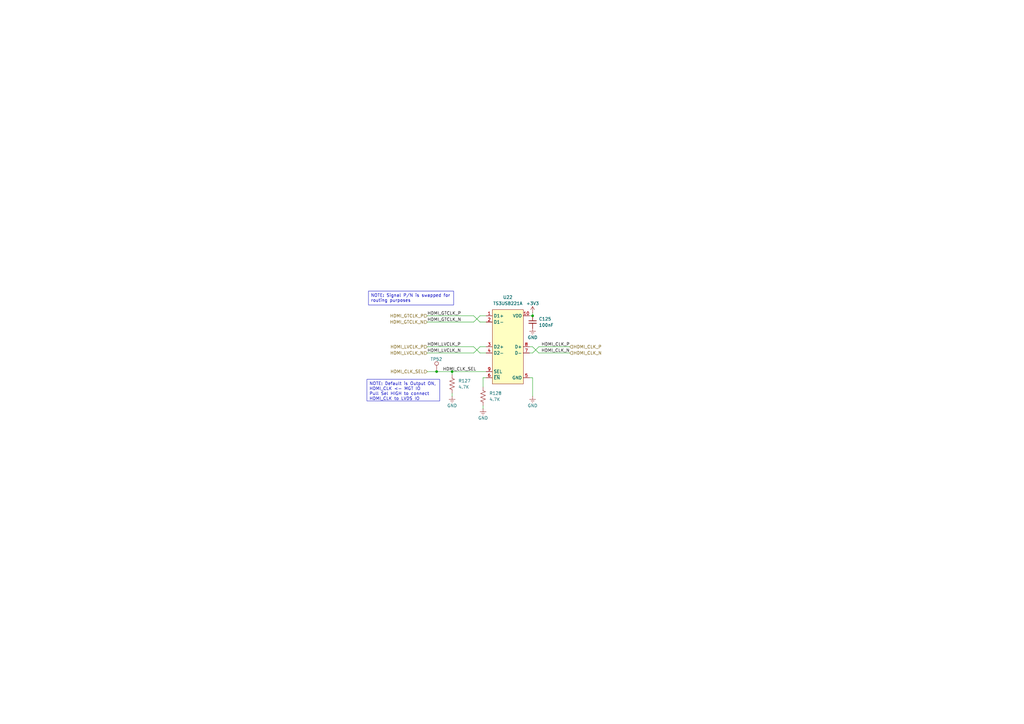
<source format=kicad_sch>
(kicad_sch (version 20231120) (generator "eeschema") (generator_version "8.0")
  (paper "A3")
  (title_block (title "HDMI Clock Mux") (date "2024-07-31") (rev "1.0") (company "Drexel University") (comment 1 "Designed by John Hofmeyr"))
  (lib_symbols
    (symbol "Connector:TestPoint" (pin_numbers hide) (pin_names (offset 0.762) hide)
      (property "Reference" "TP" (at 0 6.858 0))
      (property "Value" "TestPoint" (at 0 5.08 0))
      (symbol "TestPoint_0_1"
        (circle (center 0 3.302) (radius 0.762))
      )
      (symbol "TestPoint_1_1"
        (pin passive line (at 0 0 90) (length 2.54) (name "1") (number "1"))
      )
    )
    (symbol "Device:C_Small" (pin_numbers hide) (pin_names (offset 0.254) hide)
      (property "Reference" "C" (at 0.254 1.778 0))
      (property "Value" "C_Small" (at 0.254 -2.032 0))
      (symbol "C_Small_0_1"
        (polyline (pts (xy -1.524 -0.508) (xy 1.524 -0.508)) (stroke (width 0.3302)))
        (polyline (pts (xy -1.524 0.508) (xy 1.524 0.508)) (stroke (width 0.3048)))
      )
      (symbol "C_Small_1_1"
        (pin passive line (at 0 2.54 270) (length 2.032) (name "~") (number "1"))
        (pin passive line (at 0 -2.54 90) (length 2.032) (name "~") (number "2"))
      )
    )
    (symbol "Device:R_US" (pin_numbers hide) (pin_names (offset 0))
      (property "Reference" "R" (at 2.54 0 90))
      (property "Value" "R_US" (at -2.54 0 90))
      (symbol "R_US_0_1"
        (polyline (pts (xy 0 -2.286) (xy 0 -2.54)))
        (polyline (pts (xy 0 2.286) (xy 0 2.54)))
        (polyline (pts (xy 0 -0.762) (xy 1.016 -1.143) (xy 0 -1.524) (xy -1.016 -1.905) (xy 0 -2.286)))
        (polyline (pts (xy 0 0.762) (xy 1.016 0.381) (xy 0 0) (xy -1.016 -0.381) (xy 0 -0.762)))
        (polyline (pts (xy 0 2.286) (xy 1.016 1.905) (xy 0 1.524) (xy -1.016 1.143) (xy 0 0.762)))
      )
      (symbol "R_US_1_1"
        (pin passive line (at 0 3.81 270) (length 1.27) (name "~") (number "1"))
        (pin passive line (at 0 -3.81 90) (length 1.27) (name "~") (number "2"))
      )
    )
    (symbol "FPGA Module:TS3USB221A"
      (property "Reference" "U" (at 6.35 6.35 0))
      (property "Value" "TS3USB221A" (at 6.35 3.81 0))
      (symbol "TS3USB221A_1_1"
        (rectangle (start 0 2.54) (end 12.7 -27.94) (fill (type background)))
        (pin passive line (at 15.24 0 180) (length 2.54) (name "D1+") (number "1"))
        (pin passive line (at -2.54 0 0) (length 2.54) (name "VDD") (number "10"))
        (pin passive line (at 15.24 -2.54 180) (length 2.54) (name "D1-") (number "2"))
        (pin passive line (at 15.24 -12.7 180) (length 2.54) (name "D2+") (number "3"))
        (pin passive line (at 15.24 -15.24 180) (length 2.54) (name "D2-") (number "4"))
        (pin passive line (at -2.54 -25.4 0) (length 2.54) (name "GND") (number "5"))
        (pin passive line (at 15.24 -25.4 180) (length 2.54) (name "~{EN}") (number "6"))
        (pin passive line (at -2.54 -15.24 0) (length 2.54) (name "D-") (number "7"))
        (pin passive line (at -2.54 -12.7 0) (length 2.54) (name "D+") (number "8"))
        (pin passive line (at 15.24 -22.86 180) (length 2.54) (name "SEL") (number "9"))
      )
    )
    (symbol "power:+3V3" (power) (pin_numbers hide) (pin_names (offset 0) hide)
      (property "Value" "+3V3" (at 0 3.556 0))
      (symbol "+3V3_0_1"
        (polyline (pts (xy -0.762 1.27) (xy 0 2.54)))
        (polyline (pts (xy 0 0) (xy 0 2.54)))
        (polyline (pts (xy 0 2.54) (xy 0.762 1.27)))
      )
      (symbol "+3V3_1_1"
        (pin power_in line (at 0 0 90) (length 0) (name "~") (number "1"))
      )
    )
    (symbol "power:GND" (power) (pin_numbers hide) (pin_names (offset 0) hide)
      (property "Value" "GND" (at 0 -3.81 0))
      (symbol "GND_0_1"
        (polyline (pts (xy -0.635 -1.905) (xy 0.635 -1.905)))
        (polyline (pts (xy -0.127 -2.54) (xy 0.127 -2.54)))
        (polyline (pts (xy 0 -1.27) (xy 0 0)))
        (polyline (pts (xy 1.27 -1.27) (xy -1.27 -1.27)))
      )
      (symbol "GND_1_1"
        (pin power_in line (at 0 0 270) (length 0) (name "~") (number "1"))
      )
    )
  )
  (junction (at 218.44 129.54))
  (junction (at 185.42 152.4))
  (junction (at 179.07 152.4))
  (wire (pts (xy 218.44 154.94) (xy 218.44 162.56)))
  (wire (pts (xy 217.17 142.24) (xy 218.44 142.24)))
  (wire (pts (xy 194.31 132.08) (xy 196.85 129.54)))
  (wire (pts (xy 185.42 153.67) (xy 185.42 152.4)))
  (wire (pts (xy 198.12 166.37) (xy 198.12 167.64)))
  (wire (pts (xy 218.44 128.27) (xy 218.44 129.54)))
  (wire (pts (xy 196.85 142.24) (xy 199.39 142.24)))
  (wire (pts (xy 199.39 154.94) (xy 198.12 154.94)))
  (wire (pts (xy 194.31 144.78) (xy 196.85 142.24)))
  (wire (pts (xy 179.07 152.4) (xy 185.42 152.4)))
  (wire (pts (xy 196.85 144.78) (xy 199.39 144.78)))
  (wire (pts (xy 220.98 142.24) (xy 218.44 144.78)))
  (wire (pts (xy 196.85 132.08) (xy 199.39 132.08)))
  (wire (pts (xy 175.26 129.54) (xy 194.31 129.54)))
  (wire (pts (xy 185.42 152.4) (xy 199.39 152.4)))
  (wire (pts (xy 194.31 142.24) (xy 196.85 144.78)))
  (wire (pts (xy 175.26 144.78) (xy 194.31 144.78)))
  (wire (pts (xy 233.68 142.24) (xy 220.98 142.24)))
  (wire (pts (xy 175.26 142.24) (xy 194.31 142.24)))
  (wire (pts (xy 175.26 152.4) (xy 179.07 152.4)))
  (wire (pts (xy 198.12 154.94) (xy 198.12 158.75)))
  (wire (pts (xy 217.17 154.94) (xy 218.44 154.94)))
  (wire (pts (xy 220.98 144.78) (xy 218.44 142.24)))
  (wire (pts (xy 194.31 129.54) (xy 196.85 132.08)))
  (wire (pts (xy 185.42 161.29) (xy 185.42 162.56)))
  (wire (pts (xy 233.68 144.78) (xy 220.98 144.78)))
  (wire (pts (xy 217.17 144.78) (xy 218.44 144.78)))
  (wire (pts (xy 196.85 129.54) (xy 199.39 129.54)))
  (wire (pts (xy 217.17 129.54) (xy 218.44 129.54)))
  (wire (pts (xy 175.26 132.08) (xy 194.31 132.08)))
  (text_box "NOTE: Default is Output ON, HDMI_CLK <- MGT IO\nPull Sel HIGH to connect HDMI_CLK to LVDS IO" (at 150.495 155.575 0) (size 29.845 8.89) (effects (font (size 1.27 1.27)) (justify left top)))
  (text_box "NOTE: Signal P/N is swapped for routing purposes" (at 151.13 119.38 0) (size 34.925 5.715) (effects (font (size 1.27 1.27)) (justify left top)))
  (label "HDMI_GTCLK_P" (at 175.26 129.54 0))
  (label "HDMI_CLK_SEL" (at 181.61 152.4 0))
  (label "HDMI_GTCLK_N" (at 175.26 132.08 0))
  (label "HDMI_LVCLK_P" (at 175.26 142.24 0))
  (label "HDMI_LVCLK_N" (at 175.26 144.78 0))
  (label "HDMI_CLK_P" (at 233.68 142.24 180))
  (label "HDMI_CLK_N" (at 233.68 144.78 180))
  (hierarchical_label "HDMI_LVCLK_N" (shape input) (at 175.26 144.78 180))
  (hierarchical_label "HDMI_LVCLK_P" (shape input) (at 175.26 142.24 180))
  (hierarchical_label "HDMI_CLK_P" (shape input) (at 233.68 142.24 0))
  (hierarchical_label "HDMI_CLK_SEL" (shape input) (at 175.26 152.4 180))
  (hierarchical_label "HDMI_CLK_N" (shape input) (at 233.68 144.78 0))
  (hierarchical_label "HDMI_GTCLK_P" (shape input) (at 175.26 129.54 180))
  (hierarchical_label "HDMI_GTCLK_N" (shape input) (at 175.26 132.08 180))
  (symbol (lib_id "Device:R_US") (at 185.42 157.48 180) (unit 1)
    (property "Reference" "R127" (at 187.96 156.2099 0) (effects (justify right)))
    (property "Value" "4.7K" (at 187.96 158.7499 0) (effects (justify right)))
    (property "Footprint" "Resistor_SMD:R_0201_0603Metric" (effects (hide yes)))
    (property "Description" "Resistor, US symbol" (effects (hide yes)))
  )
  (symbol (lib_id "Device:C_Small") (at 218.44 132.08 0) (unit 1)
    (property "Reference" "C125" (at 220.98 130.8162 0) (effects (justify left)))
    (property "Value" "100nF" (at 220.98 133.3562 0) (effects (justify left)))
    (property "Footprint" "Capacitor_SMD:C_0201_0603Metric" (effects (hide yes)))
    (property "Description" "Unpolarized capacitor, small symbol" (effects (hide yes)))
  )
  (symbol (lib_id "power:GND") (at 218.44 162.56 0) (unit 1)
    (property "Reference" "#PWR0276" (effects (hide yes)))
    (property "Value" "GND" (at 218.44 166.37 0))
    (property "Description" "Power symbol creates a global label with name \"GND\" , ground" (effects (hide yes)))
  )
  (symbol (lib_id "Device:R_US") (at 198.12 162.56 180) (unit 1)
    (property "Reference" "R128" (at 200.66 161.2899 0) (effects (justify right)))
    (property "Value" "4.7K" (at 200.66 163.8299 0) (effects (justify right)))
    (property "Footprint" "Resistor_SMD:R_0201_0603Metric" (effects (hide yes)))
    (property "Description" "Resistor, US symbol" (effects (hide yes)))
  )
  (symbol (lib_id "FPGA Module:TS3USB221A") (at 214.63 129.54 0) (mirror y) (unit 1)
    (property "Reference" "U22" (at 208.28 121.92 0))
    (property "Value" "TS3USB221A" (at 208.28 124.46 0))
    (property "Footprint" "FPGA Module:TS3USB" (effects (hide yes)))
    (property "Datasheet" "https://www.ti.com/lit/ds/symlink/ts3usb221a.pdf?HQS=dis-dk-null-digikeymode-dsf-pf-null-wwe&ts=1726459795164&ref_url=https%253A%252F%252Fwww.ti.com%252Fgeneral%252Fdocs%252Fsuppproductinfo.tsp%253FdistId%253D10%2526gotoUrl%253Dhttps%253A%252F%252Fwww.ti.com%252Flit%252Fgpn%252Fts3usb221a" (effects (hide yes)))
  )
  (symbol (lib_id "power:GND") (at 185.42 162.56 0) (unit 1)
    (property "Reference" "#PWR0275" (effects (hide yes)))
    (property "Value" "GND" (at 185.42 166.37 0))
    (property "Description" "Power symbol creates a global label with name \"GND\" , ground" (effects (hide yes)))
  )
  (symbol (lib_id "power:GND") (at 218.44 134.62 0) (unit 1)
    (property "Reference" "#PWR0274" (effects (hide yes)))
    (property "Value" "GND" (at 218.44 138.43 0))
    (property "Description" "Power symbol creates a global label with name \"GND\" , ground" (effects (hide yes)))
  )
  (symbol (lib_id "Connector:TestPoint") (at 179.07 152.4 0) (unit 1)
    (property "Reference" "TP52" (at 176.53 147.32 0) (effects (justify left)))
    (property "Value" "Test Point" (effects (hide yes)))
    (property "Footprint" "FPGA Module:Test Point 0.5mm No Silk" (effects (hide yes)))
    (property "Description" "test point" (effects (hide yes)))
  )
  (symbol (lib_id "power:GND") (at 198.12 167.64 0) (unit 1)
    (property "Reference" "#PWR0277" (effects (hide yes)))
    (property "Value" "GND" (at 198.12 171.45 0))
    (property "Description" "Power symbol creates a global label with name \"GND\" , ground" (effects (hide yes)))
  )
  (symbol (lib_id "power:+3V3") (at 218.44 128.27 0) (mirror y) (unit 1)
    (property "Reference" "#PWR0273" (effects (hide yes)))
    (property "Value" "+3V3" (at 218.44 124.46 0))
    (property "Description" "Power symbol creates a global label with name \"+3V3\"" (effects (hide yes)))
  )
)
</source>
